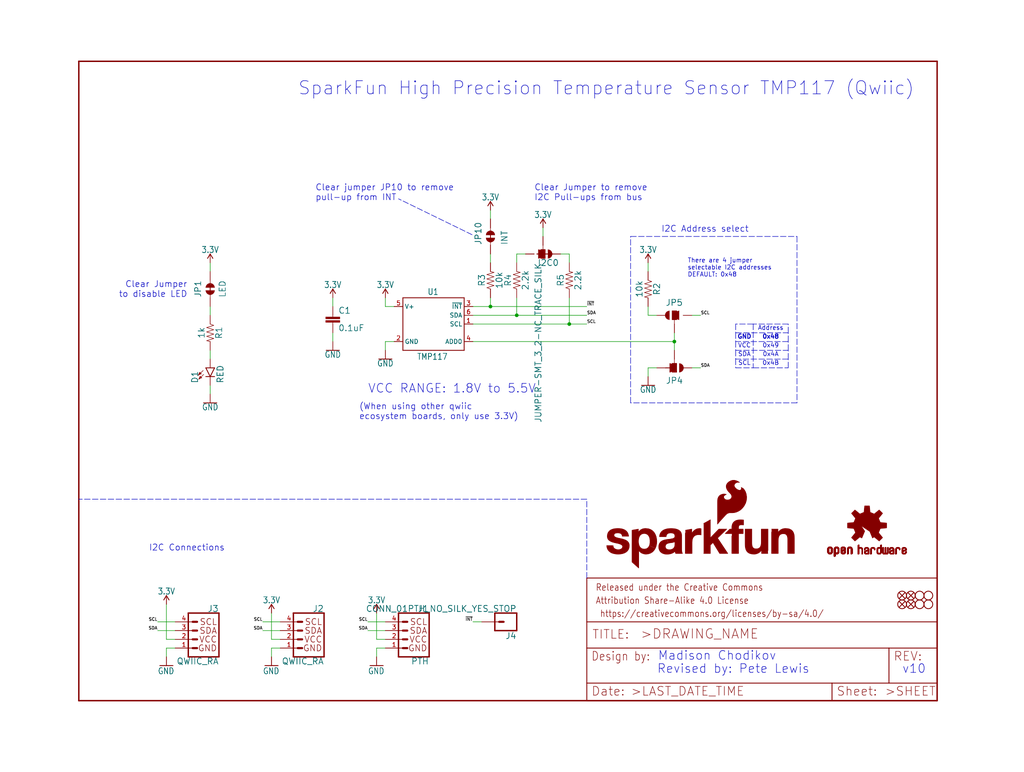
<source format=kicad_sch>
(kicad_sch (version 20211123) (generator eeschema)
  (paper "User" 297.002 223.926)
  (lib_symbols
    (symbol "schematicEagle-eagle-import:0.1UF-0603-25V-(+80{slash}-20%)"
      (property "Reference" "C" (at 1.524 2.921 0))
      (property "Value" "0.1UF-0603-25V-(+80{slash}-20%)" (at 1.524 -2.159 0))
      (symbol "0.1UF-0603-25V-(+80{slash}-20%)_1_0"
        (pin passive line (at 0 5.08 270) (length 2.54) (name "1") (number "1"))
        (pin passive line (at 0 -2.54 90) (length 2.54) (name "2") (number "2"))
      )
    )
    (symbol "schematicEagle-eagle-import:10KOHM-0603-1{slash}10W-1%"
      (property "Reference" "R" (at 0 1.524 0))
      (property "Value" "10KOHM-0603-1{slash}10W-1%" (at 0 -1.524 0))
      (symbol "10KOHM-0603-1{slash}10W-1%_1_0"
        (pin passive line (at -5.08 0 0) (length 2.54) (name "1") (number "1"))
        (pin passive line (at 5.08 0 180) (length 2.54) (name "2") (number "2"))
      )
    )
    (symbol "schematicEagle-eagle-import:1KOHM-0603-1{slash}10W-1%"
      (property "Reference" "R" (at 0 1.524 0))
      (property "Value" "1KOHM-0603-1{slash}10W-1%" (at 0 -1.524 0))
      (symbol "1KOHM-0603-1{slash}10W-1%_1_0"
        (pin passive line (at -5.08 0 0) (length 2.54) (name "1") (number "1"))
        (pin passive line (at 5.08 0 180) (length 2.54) (name "2") (number "2"))
      )
    )
    (symbol "schematicEagle-eagle-import:2.2KOHM-0603-1{slash}10W-1%"
      (property "Reference" "R" (at 0 1.524 0))
      (property "Value" "2.2KOHM-0603-1{slash}10W-1%" (at 0 -1.524 0))
      (symbol "2.2KOHM-0603-1{slash}10W-1%_1_0"
        (pin passive line (at -5.08 0 0) (length 2.54) (name "1") (number "1"))
        (pin passive line (at 5.08 0 180) (length 2.54) (name "2") (number "2"))
      )
    )
    (symbol "schematicEagle-eagle-import:3.3V" (power)
      (property "Value" "3.3V" (at 0 2.794 0))
      (symbol "3.3V_1_0"
        (pin power_in line (at 0 0 90) (length 2.54) (name "3.3V") (number "1"))
      )
    )
    (symbol "schematicEagle-eagle-import:CONN_01PTH_NO_SILK_YES_STOP"
      (property "Reference" "J" (at -2.54 3.048 0))
      (property "Value" "CONN_01PTH_NO_SILK_YES_STOP" (at -2.54 -4.826 0))
      (symbol "CONN_01PTH_NO_SILK_YES_STOP_1_0"
        (pin passive line (at 7.62 0 180) (length 5.08) (name "1") (number "1"))
      )
    )
    (symbol "schematicEagle-eagle-import:FIDUCIALUFIDUCIAL")
    (symbol "schematicEagle-eagle-import:FRAME-LETTER"
      (symbol "FRAME-LETTER_2_0"
        (text " https://creativecommons.org/licenses/by-sa/4.0/" (at 2.54 24.13 0) (effects (font (size 1.9304 1.6408)) (justify left bottom)))
        (text ">DRAWING_NAME" (at 15.494 17.78 0) (effects (font (size 2.7432 2.7432)) (justify left bottom)))
        (text ">LAST_DATE_TIME" (at 12.7 1.27 0) (effects (font (size 2.54 2.54)) (justify left bottom)))
        (text ">SHEET" (at 86.36 1.27 0) (effects (font (size 2.54 2.54)) (justify left bottom)))
        (text "Attribution Share-Alike 4.0 License" (at 2.54 27.94 0) (effects (font (size 1.9304 1.6408)) (justify left bottom)))
        (text "Date:" (at 1.27 1.27 0) (effects (font (size 2.54 2.54)) (justify left bottom)))
        (text "Design by:" (at 1.27 11.43 0) (effects (font (size 2.54 2.159)) (justify left bottom)))
        (text "Released under the Creative Commons" (at 2.54 31.75 0) (effects (font (size 1.9304 1.6408)) (justify left bottom)))
        (text "REV:" (at 88.9 11.43 0) (effects (font (size 2.54 2.54)) (justify left bottom)))
        (text "Sheet:" (at 72.39 1.27 0) (effects (font (size 2.54 2.54)) (justify left bottom)))
        (text "TITLE:" (at 1.524 17.78 0) (effects (font (size 2.54 2.54)) (justify left bottom)))
      )
    )
    (symbol "schematicEagle-eagle-import:GND" (power)
      (property "Value" "GND" (at -2.54 -2.54 0))
      (symbol "GND_1_0"
        (pin power_in line (at 0 2.54 270) (length 2.54) (name "GND") (number "1"))
      )
    )
    (symbol "schematicEagle-eagle-import:I2C_STANDARD_NO_SILK"
      (property "Reference" "J" (at -5.08 7.874 0))
      (property "Value" "I2C_STANDARD_NO_SILK" (at -5.08 -5.334 0))
      (symbol "I2C_STANDARD_NO_SILK_1_0"
        (text "GND" (at -4.572 -2.54 0) (effects (font (size 1.778 1.778)) (justify left)))
        (text "SCL" (at -4.572 5.08 0) (effects (font (size 1.778 1.778)) (justify left)))
        (text "SDA" (at -4.572 2.54 0) (effects (font (size 1.778 1.778)) (justify left)))
        (text "VCC" (at -4.572 0 0) (effects (font (size 1.778 1.778)) (justify left)))
        (pin power_in line (at 7.62 -2.54 180) (length 5.08) (name "1") (number "1"))
        (pin power_in line (at 7.62 0 180) (length 5.08) (name "2") (number "2"))
        (pin passive line (at 7.62 2.54 180) (length 5.08) (name "3") (number "3"))
        (pin passive line (at 7.62 5.08 180) (length 5.08) (name "4") (number "4"))
      )
    )
    (symbol "schematicEagle-eagle-import:JUMPER-SMT_2_NC_TRACE_SILK"
      (property "Reference" "JP" (at -2.54 2.54 0))
      (property "Value" "JUMPER-SMT_2_NC_TRACE_SILK" (at -2.54 -2.54 0))
      (symbol "JUMPER-SMT_2_NC_TRACE_SILK_1_0"
        (pin passive line (at -5.08 0 0) (length 2.54) (name "1") (number "1"))
        (pin passive line (at 5.08 0 180) (length 2.54) (name "2") (number "2"))
      )
    )
    (symbol "schematicEagle-eagle-import:JUMPER-SMT_3_1-NC_TRACE_NO-SILK"
      (property "Reference" "JP" (at 2.54 0.381 0))
      (property "Value" "JUMPER-SMT_3_1-NC_TRACE_NO-SILK" (at 2.54 -0.381 0))
      (symbol "JUMPER-SMT_3_1-NC_TRACE_NO-SILK_1_0"
        (pin passive line (at 0 5.08 270) (length 2.54) (name "1") (number "1"))
        (pin passive line (at -5.08 0 0) (length 2.54) (name "2") (number "2"))
        (pin passive line (at 0 -5.08 90) (length 2.54) (name "3") (number "3"))
      )
    )
    (symbol "schematicEagle-eagle-import:JUMPER-SMT_3_2-NC_TRACE_SILK"
      (property "Reference" "JP" (at 2.54 0.381 0))
      (property "Value" "JUMPER-SMT_3_2-NC_TRACE_SILK" (at 2.54 -0.381 0))
      (symbol "JUMPER-SMT_3_2-NC_TRACE_SILK_1_0"
        (pin passive line (at 0 5.08 270) (length 2.54) (name "1") (number "1"))
        (pin passive line (at -5.08 0 0) (length 2.54) (name "2") (number "2"))
        (pin passive line (at 0 -5.08 90) (length 2.54) (name "3") (number "3"))
      )
    )
    (symbol "schematicEagle-eagle-import:JUMPER-SMT_3_NO_NO_SILK"
      (property "Reference" "JP" (at 2.54 0.381 0))
      (property "Value" "JUMPER-SMT_3_NO_NO_SILK" (at 2.54 -0.381 0))
      (symbol "JUMPER-SMT_3_NO_NO_SILK_1_0"
        (pin passive line (at 0 5.08 270) (length 2.54) (name "1") (number "1"))
        (pin passive line (at -5.08 0 0) (length 2.54) (name "2") (number "2"))
        (pin passive line (at 0 -5.08 90) (length 2.54) (name "3") (number "3"))
      )
    )
    (symbol "schematicEagle-eagle-import:LED-RED0603"
      (property "Reference" "D" (at -3.429 -4.572 90))
      (property "Value" "LED-RED0603" (at 1.905 -4.572 90))
      (symbol "LED-RED0603_1_0"
        (pin passive line (at 0 2.54 270) (length 2.54) (name "A") (number "A"))
        (pin passive line (at 0 -5.08 90) (length 2.54) (name "C") (number "C"))
      )
    )
    (symbol "schematicEagle-eagle-import:OSHW-LOGOMINI")
    (symbol "schematicEagle-eagle-import:QWIIC_CONNECTORJS-1MM"
      (property "Reference" "J" (at -5.08 7.874 0))
      (property "Value" "QWIIC_CONNECTORJS-1MM" (at -5.08 -5.334 0))
      (symbol "QWIIC_CONNECTORJS-1MM_1_0"
        (text "GND" (at -4.572 -2.54 0) (effects (font (size 1.778 1.778)) (justify left)))
        (text "SCL" (at -4.572 5.08 0) (effects (font (size 1.778 1.778)) (justify left)))
        (text "SDA" (at -4.572 2.54 0) (effects (font (size 1.778 1.778)) (justify left)))
        (text "VCC" (at -4.572 0 0) (effects (font (size 1.778 1.778)) (justify left)))
        (pin power_in line (at 7.62 -2.54 180) (length 5.08) (name "1") (number "1"))
        (pin power_in line (at 7.62 0 180) (length 5.08) (name "2") (number "2"))
        (pin passive line (at 7.62 2.54 180) (length 5.08) (name "3") (number "3"))
        (pin passive line (at 7.62 5.08 180) (length 5.08) (name "4") (number "4"))
      )
    )
    (symbol "schematicEagle-eagle-import:SFE_LOGO_NAME_FLAME.1_INCH")
    (symbol "schematicEagle-eagle-import:STAND-OFF")
    (symbol "schematicEagle-eagle-import:TMP117"
      (property "Reference" "U" (at -7.62 8.128 0))
      (property "Value" "TMP117" (at -7.62 -10.16 0))
      (symbol "TMP117_1_0"
        (pin bidirectional line (at 12.7 0 180) (length 2.54) (name "SCL") (number "1"))
        (pin bidirectional line (at -10.16 -5.08 0) (length 2.54) (name "GND") (number "2"))
        (pin bidirectional line (at 12.7 5.08 180) (length 2.54) (name "~{INT}") (number "3"))
        (pin bidirectional line (at 12.7 -5.08 180) (length 2.54) (name "ADD0") (number "4"))
        (pin power_in line (at -10.16 5.08 0) (length 2.54) (name "V+") (number "5"))
        (pin bidirectional line (at 12.7 2.54 180) (length 2.54) (name "SDA") (number "6"))
      )
    )
  )
  (junction (at 149.86 91.44))
  (junction (at 195.58 99.06))
  (junction (at 165.1 93.98))
  (junction (at 142.24 88.9))
  (polyline (pts (xy 213.36 101.6) (xy 228.6 101.6)))
  (polyline (pts (xy 228.6 104.14) (xy 213.36 104.14)))
  (wire (pts (xy 106.68 182.88) (xy 111.76 182.88)))
  (polyline (pts (xy 228.6 93.98) (xy 218.44 93.98)))
  (wire (pts (xy 48.26 190.5) (xy 48.26 187.96)))
  (wire (pts (xy 162.56 73.66) (xy 165.1 73.66)))
  (wire (pts (xy 142.24 88.9) (xy 170.18 88.9)))
  (wire (pts (xy 149.86 73.66) (xy 152.4 73.66)))
  (wire (pts (xy 139.7 180.34) (xy 137.16 180.34)))
  (wire (pts (xy 78.74 177.8) (xy 78.74 185.42)))
  (wire (pts (xy 96.52 96.52) (xy 96.52 99.06)))
  (wire (pts (xy 165.1 76.2) (xy 165.1 73.66)))
  (wire (pts (xy 78.74 187.96) (xy 81.28 187.96)))
  (wire (pts (xy 149.86 91.44) (xy 137.16 91.44)))
  (polyline (pts (xy 213.36 96.52) (xy 228.6 96.52)))
  (wire (pts (xy 109.22 190.5) (xy 109.22 187.96)))
  (polyline (pts (xy 213.36 99.06) (xy 213.36 101.6)))
  (polyline (pts (xy 228.6 96.52) (xy 228.6 93.98)))
  (polyline (pts (xy 228.6 99.06) (xy 228.6 96.52)))
  (wire (pts (xy 165.1 93.98) (xy 137.16 93.98)))
  (wire (pts (xy 48.26 175.26) (xy 48.26 185.42)))
  (wire (pts (xy 60.96 88.9) (xy 60.96 91.44)))
  (polyline (pts (xy 213.36 104.14) (xy 213.36 106.68)))
  (polyline (pts (xy 213.36 106.68) (xy 218.44 106.68)))
  (wire (pts (xy 170.18 93.98) (xy 165.1 93.98)))
  (wire (pts (xy 78.74 185.42) (xy 81.28 185.42)))
  (wire (pts (xy 187.96 76.2) (xy 187.96 78.74)))
  (wire (pts (xy 149.86 76.2) (xy 149.86 73.66)))
  (wire (pts (xy 200.66 106.68) (xy 203.2 106.68)))
  (polyline (pts (xy 228.6 104.14) (xy 228.6 101.6)))
  (wire (pts (xy 76.2 182.88) (xy 81.28 182.88)))
  (wire (pts (xy 111.76 99.06) (xy 114.3 99.06)))
  (wire (pts (xy 157.48 68.58) (xy 157.48 66.04)))
  (wire (pts (xy 50.8 182.88) (xy 45.72 182.88)))
  (polyline (pts (xy 218.44 93.98) (xy 213.36 93.98)))
  (polyline (pts (xy 170.18 144.78) (xy 22.86 144.78)))
  (wire (pts (xy 137.16 99.06) (xy 195.58 99.06)))
  (wire (pts (xy 142.24 60.96) (xy 142.24 63.5)))
  (polyline (pts (xy 228.6 99.06) (xy 213.36 99.06)))
  (wire (pts (xy 76.2 180.34) (xy 81.28 180.34)))
  (wire (pts (xy 170.18 91.44) (xy 149.86 91.44)))
  (polyline (pts (xy 218.44 106.68) (xy 228.6 106.68)))
  (wire (pts (xy 142.24 73.66) (xy 142.24 76.2)))
  (wire (pts (xy 48.26 187.96) (xy 50.8 187.96)))
  (wire (pts (xy 187.96 91.44) (xy 187.96 88.9)))
  (polyline (pts (xy 182.88 116.84) (xy 182.88 68.58)))
  (wire (pts (xy 195.58 99.06) (xy 195.58 101.6)))
  (wire (pts (xy 111.76 86.36) (xy 111.76 88.9)))
  (polyline (pts (xy 170.18 167.64) (xy 170.18 144.78)))
  (polyline (pts (xy 231.14 68.58) (xy 231.14 116.84)))
  (wire (pts (xy 60.96 101.6) (xy 60.96 104.14)))
  (wire (pts (xy 109.22 177.8) (xy 109.22 185.42)))
  (polyline (pts (xy 228.6 106.68) (xy 228.6 104.14)))
  (wire (pts (xy 96.52 88.9) (xy 96.52 86.36)))
  (wire (pts (xy 78.74 190.5) (xy 78.74 187.96)))
  (polyline (pts (xy 218.44 93.98) (xy 218.44 106.68)))
  (wire (pts (xy 48.26 185.42) (xy 50.8 185.42)))
  (wire (pts (xy 109.22 185.42) (xy 111.76 185.42)))
  (wire (pts (xy 60.96 76.2) (xy 60.96 78.74)))
  (polyline (pts (xy 213.36 93.98) (xy 213.36 96.52)))
  (wire (pts (xy 190.5 91.44) (xy 187.96 91.44)))
  (wire (pts (xy 137.16 88.9) (xy 142.24 88.9)))
  (wire (pts (xy 111.76 88.9) (xy 114.3 88.9)))
  (wire (pts (xy 142.24 86.36) (xy 142.24 88.9)))
  (wire (pts (xy 111.76 101.6) (xy 111.76 99.06)))
  (polyline (pts (xy 136.906 68.072) (xy 115.57 57.658)))
  (polyline (pts (xy 231.14 116.84) (xy 182.88 116.84)))
  (polyline (pts (xy 213.36 96.52) (xy 213.36 99.06)))
  (wire (pts (xy 109.22 187.96) (xy 111.76 187.96)))
  (wire (pts (xy 45.72 180.34) (xy 50.8 180.34)))
  (wire (pts (xy 165.1 93.98) (xy 165.1 86.36)))
  (polyline (pts (xy 213.36 101.6) (xy 213.36 104.14)))
  (wire (pts (xy 190.5 106.68) (xy 187.96 106.68)))
  (wire (pts (xy 195.58 96.52) (xy 195.58 99.06)))
  (wire (pts (xy 149.86 91.44) (xy 149.86 86.36)))
  (wire (pts (xy 111.76 180.34) (xy 106.68 180.34)))
  (wire (pts (xy 60.96 111.76) (xy 60.96 114.3)))
  (wire (pts (xy 187.96 106.68) (xy 187.96 109.22)))
  (polyline (pts (xy 182.88 68.58) (xy 231.14 68.58)))
  (wire (pts (xy 200.66 91.44) (xy 203.2 91.44)))
  (polyline (pts (xy 228.6 101.6) (xy 228.6 99.06)))
  (text "Address" (at 223.52 95.25 180) (effects (font (size 1.27 1.27))))
  (text "0x49" (at 223.52 100.33 180) (effects (font (size 1.27 1.27))))
  (text "(When using other qwiic\necosystem boards, only use 3.3V)" (at 104.14 121.92 0) (effects (font (size 1.778 1.778)) (justify left bottom)))
  (text "Madison Chodikov" (at 190.754 191.77 180) (effects (font (size 2.54 2.54)) (justify left bottom)))
  (text "Clear Jumper\nto disable LED" (at 54.356 81.534 180) (effects (font (size 1.778 1.778)) (justify right top)))
  (text "VCC RANGE: 1.8V to 5.5V" (at 106.68 114.3 180) (effects (font (size 2.54 2.54)) (justify left bottom)))
  (text "v10" (at 261.62 195.58 180) (effects (font (size 2.54 2.54)) (justify left bottom)))
  (text "Clear Jumper to remove\nI2C Pull-ups from bus" (at 154.94 58.42 180) (effects (font (size 1.778 1.778)) (justify left bottom)))
  (text "Clear jumper JP10 to remove\npull-up from INT" (at 91.44 58.42 180) (effects (font (size 1.778 1.778)) (justify left bottom)))
  (text "SCL" (at 215.9 105.41 180) (effects (font (size 1.27 1.27))))
  (text "I2C Address select" (at 191.77 67.564 180) (effects (font (size 1.778 1.778)) (justify left bottom)))
  (text "I2C Connections" (at 43.18 160.02 180) (effects (font (size 1.778 1.778)) (justify left bottom)))
  (text "VCC" (at 215.9 100.33 180) (effects (font (size 1.27 1.27))))
  (text "There are 4 jumper\nselectable I2C addresses\nDEFAULT: 0x48" (at 199.39 80.518 0) (effects (font (size 1.27 1.27)) (justify left bottom)))
  (text "0x4B" (at 223.52 105.41 180) (effects (font (size 1.27 1.27))))
  (text "SparkFun High Precision Temperature Sensor TMP117 (Qwiic)" (at 86.36 27.94 0) (effects (font (size 3.81 3.81)) (justify left bottom)))
  (text "GND" (at 215.9 97.79 180) (effects (font (size 1.27 1.27) (thickness 0.254) bold)))
  (text "SDA" (at 215.9 102.87 180) (effects (font (size 1.27 1.27))))
  (text "Revised by: Pete Lewis" (at 190.5 195.58 180) (effects (font (size 2.54 2.54)) (justify left bottom)))
  (text "0x4A" (at 223.52 102.87 180) (effects (font (size 1.27 1.27))))
  (text "0x48" (at 223.52 97.79 180) (effects (font (size 1.27 1.27) (thickness 0.254) bold)))
  (label "SDA" (at 170.18 91.44 0) (effects (font (size 0.889 0.889))))
  (label "SDA" (at 106.68 182.88 180) (effects (font (size 0.889 0.889))))
  (label "SCL" (at 76.2 180.34 180) (effects (font (size 0.889 0.889))))
  (label "SDA" (at 76.2 182.88 180) (effects (font (size 0.889 0.889))))
  (label "SCL" (at 170.18 93.98 0) (effects (font (size 0.889 0.889))))
  (label "SCL" (at 45.72 180.34 180) (effects (font (size 0.889 0.889))))
  (label "SCL" (at 106.68 180.34 180) (effects (font (size 0.889 0.889))))
  (label "SDA" (at 203.2 106.68 0) (effects (font (size 0.889 0.889))))
  (label "~{INT}" (at 137.16 180.34 180) (effects (font (size 0.889 0.889))))
  (label "SCL" (at 203.2 91.44 0) (effects (font (size 0.889 0.889))))
  (label "SDA" (at 45.72 182.88 180) (effects (font (size 0.889 0.889))))
  (label "~{INT}" (at 170.18 88.9 0) (effects (font (size 0.889 0.889))))
  (symbol (lib_id "schematicEagle-eagle-import:3.3V") (at 96.52 86.36 0) (unit 1)
    (property "Reference" "#SUPPLY5" (effects hide))
    (property "Value" "3.3V" (at 96.52 83.566 0) (effects (font (size 1.778 1.5113)) (justify bottom)))
    (property "Footprint" "schematicEagle:" (effects hide))
  )
  (symbol (lib_id "schematicEagle-eagle-import:3.3V") (at 78.74 177.8 0) (unit 1)
    (property "Reference" "#SUPPLY7" (effects hide))
    (property "Value" "3.3V" (at 78.74 175.006 0) (effects (font (size 1.778 1.5113)) (justify bottom)))
    (property "Footprint" "schematicEagle:" (effects hide))
  )
  (symbol (lib_id "schematicEagle-eagle-import:FIDUCIALUFIDUCIAL") (at 264.16 172.72 0) (unit 1)
    (property "Reference" "FD2" (effects hide))
    (property "Value" "FIDUCIALUFIDUCIAL" (effects hide))
    (property "Footprint" "schematicEagle:FIDUCIAL-MICRO" (effects hide))
  )
  (symbol (lib_id "schematicEagle-eagle-import:GND") (at 60.96 116.84 0) (unit 1)
    (property "Reference" "#GND1" (effects hide))
    (property "Value" "GND" (at 60.96 117.094 0) (effects (font (size 1.778 1.5113)) (justify top)))
    (property "Footprint" "schematicEagle:" (effects hide))
  )
  (symbol (lib_id "schematicEagle-eagle-import:GND") (at 187.96 111.76 0) (unit 1)
    (property "Reference" "#GND8" (effects hide))
    (property "Value" "GND" (at 187.96 112.014 0) (effects (font (size 1.778 1.5113)) (justify top)))
    (property "Footprint" "schematicEagle:" (effects hide))
  )
  (symbol (lib_id "schematicEagle-eagle-import:JUMPER-SMT_2_NC_TRACE_SILK") (at 60.96 83.82 90) (unit 1)
    (property "Reference" "JP1" (at 58.42 86.36 0) (effects (font (size 1.778 1.778)) (justify left bottom)))
    (property "Value" "LED" (at 63.5 86.36 0) (effects (font (size 1.778 1.778)) (justify left top)))
    (property "Footprint" "schematicEagle:SMT-JUMPER_2_NC_TRACE_SILK" (effects hide))
  )
  (symbol (lib_id "schematicEagle-eagle-import:QWIIC_CONNECTORJS-1MM") (at 58.42 185.42 0) (mirror y) (unit 1)
    (property "Reference" "J3" (at 63.5 177.546 0) (effects (font (size 1.778 1.778)) (justify left bottom)))
    (property "Value" "QWIIC_RA" (at 63.5 190.754 0) (effects (font (size 1.778 1.778)) (justify left top)))
    (property "Footprint" "schematicEagle:JST04_1MM_RA" (effects hide))
  )
  (symbol (lib_id "schematicEagle-eagle-import:STAND-OFF") (at 266.7 172.72 0) (unit 1)
    (property "Reference" "JP2" (effects hide))
    (property "Value" "STAND-OFF" (effects hide))
    (property "Footprint" "schematicEagle:STAND-OFF" (effects hide))
  )
  (symbol (lib_id "schematicEagle-eagle-import:JUMPER-SMT_3_1-NC_TRACE_NO-SILK") (at 195.58 106.68 270) (unit 1)
    (property "Reference" "JP4" (at 193.04 111.379 90) (effects (font (size 1.778 1.778)) (justify left bottom)))
    (property "Value" "JUMPER-SMT_3_1-NC_TRACE_NO-SILK" (effects hide))
    (property "Footprint" "schematicEagle:SMT-JUMPER_3_1-NC_TRACE_NO-SILK" (effects hide))
  )
  (symbol (lib_id "schematicEagle-eagle-import:1KOHM-0603-1{slash}10W-1%") (at 60.96 96.52 270) (unit 1)
    (property "Reference" "R1" (at 62.484 96.52 0) (effects (font (size 1.778 1.778)) (justify bottom)))
    (property "Value" "1k" (at 59.436 96.52 0) (effects (font (size 1.778 1.778)) (justify top)))
    (property "Footprint" "schematicEagle:0603" (effects hide))
  )
  (symbol (lib_id "schematicEagle-eagle-import:3.3V") (at 60.96 76.2 0) (unit 1)
    (property "Reference" "#SUPPLY1" (effects hide))
    (property "Value" "3.3V" (at 60.96 73.406 0) (effects (font (size 1.778 1.5113)) (justify bottom)))
    (property "Footprint" "schematicEagle:" (effects hide))
  )
  (symbol (lib_id "schematicEagle-eagle-import:FIDUCIALUFIDUCIAL") (at 261.62 175.26 0) (unit 1)
    (property "Reference" "FD3" (effects hide))
    (property "Value" "FIDUCIALUFIDUCIAL" (effects hide))
    (property "Footprint" "schematicEagle:FIDUCIAL-MICRO" (effects hide))
  )
  (symbol (lib_id "schematicEagle-eagle-import:10KOHM-0603-1{slash}10W-1%") (at 142.24 81.28 90) (unit 1)
    (property "Reference" "R3" (at 140.716 81.28 0) (effects (font (size 1.778 1.778)) (justify bottom)))
    (property "Value" "10k" (at 143.764 81.28 0) (effects (font (size 1.778 1.778)) (justify top)))
    (property "Footprint" "schematicEagle:0603" (effects hide))
  )
  (symbol (lib_id "schematicEagle-eagle-import:JUMPER-SMT_3_2-NC_TRACE_SILK") (at 157.48 73.66 270) (unit 1)
    (property "Reference" "I2C0" (at 155.829 77.216 90) (effects (font (size 1.778 1.778)) (justify left bottom)))
    (property "Value" "JUMPER-SMT_3_2-NC_TRACE_SILK" (at 157.099 76.2 0) (effects (font (size 1.778 1.778)) (justify left top)))
    (property "Footprint" "schematicEagle:SMT-JUMPER_3_2-NC_TRACE_SILK" (effects hide))
  )
  (symbol (lib_id "schematicEagle-eagle-import:FRAME-LETTER") (at 22.86 203.2 0) (unit 1)
    (property "Reference" "FRAME1" (effects hide))
    (property "Value" "FRAME-LETTER" (effects hide))
    (property "Footprint" "schematicEagle:CREATIVE_COMMONS" (effects hide))
  )
  (symbol (lib_id "schematicEagle-eagle-import:GND") (at 48.26 193.04 0) (unit 1)
    (property "Reference" "#GND6" (effects hide))
    (property "Value" "GND" (at 45.72 195.58 0) (effects (font (size 1.778 1.5113)) (justify left bottom)))
    (property "Footprint" "schematicEagle:" (effects hide))
  )
  (symbol (lib_id "schematicEagle-eagle-import:GND") (at 111.76 104.14 0) (unit 1)
    (property "Reference" "#GND2" (effects hide))
    (property "Value" "GND" (at 111.76 104.394 0) (effects (font (size 1.778 1.5113)) (justify top)))
    (property "Footprint" "schematicEagle:" (effects hide))
  )
  (symbol (lib_id "schematicEagle-eagle-import:2.2KOHM-0603-1{slash}10W-1%") (at 165.1 81.28 90) (unit 1)
    (property "Reference" "R5" (at 163.576 81.28 0) (effects (font (size 1.778 1.778)) (justify bottom)))
    (property "Value" "2.2k" (at 166.624 81.28 0) (effects (font (size 1.778 1.778)) (justify top)))
    (property "Footprint" "schematicEagle:0603" (effects hide))
  )
  (symbol (lib_id "schematicEagle-eagle-import:3.3V") (at 157.48 66.04 0) (unit 1)
    (property "Reference" "#SUPPLY9" (effects hide))
    (property "Value" "3.3V" (at 157.48 63.246 0) (effects (font (size 1.778 1.5113)) (justify bottom)))
    (property "Footprint" "schematicEagle:" (effects hide))
  )
  (symbol (lib_id "schematicEagle-eagle-import:QWIIC_CONNECTORJS-1MM") (at 88.9 185.42 0) (mirror y) (unit 1)
    (property "Reference" "J2" (at 93.98 177.546 0) (effects (font (size 1.778 1.778)) (justify left bottom)))
    (property "Value" "QWIIC_RA" (at 93.98 190.754 0) (effects (font (size 1.778 1.778)) (justify left top)))
    (property "Footprint" "schematicEagle:JST04_1MM_RA" (effects hide))
  )
  (symbol (lib_id "schematicEagle-eagle-import:FIDUCIALUFIDUCIAL") (at 264.16 175.26 0) (unit 1)
    (property "Reference" "FD4" (effects hide))
    (property "Value" "FIDUCIALUFIDUCIAL" (effects hide))
    (property "Footprint" "schematicEagle:FIDUCIAL-MICRO" (effects hide))
  )
  (symbol (lib_id "schematicEagle-eagle-import:FIDUCIALUFIDUCIAL") (at 261.62 172.72 0) (unit 1)
    (property "Reference" "FD1" (effects hide))
    (property "Value" "FIDUCIALUFIDUCIAL" (effects hide))
    (property "Footprint" "schematicEagle:FIDUCIAL-MICRO" (effects hide))
  )
  (symbol (lib_id "schematicEagle-eagle-import:10KOHM-0603-1{slash}10W-1%") (at 187.96 83.82 270) (unit 1)
    (property "Reference" "R2" (at 189.484 83.82 0) (effects (font (size 1.778 1.778)) (justify bottom)))
    (property "Value" "10k" (at 186.436 83.82 0) (effects (font (size 1.778 1.778)) (justify top)))
    (property "Footprint" "schematicEagle:0603" (effects hide))
  )
  (symbol (lib_id "schematicEagle-eagle-import:CONN_01PTH_NO_SILK_YES_STOP") (at 147.32 180.34 180) (unit 1)
    (property "Reference" "J4" (at 149.86 183.388 0) (effects (font (size 1.778 1.778)) (justify left bottom)))
    (property "Value" "CONN_01PTH_NO_SILK_YES_STOP" (at 149.86 175.514 0) (effects (font (size 1.778 1.778)) (justify left bottom)))
    (property "Footprint" "schematicEagle:1X01_NO_SILK" (effects hide))
  )
  (symbol (lib_id "schematicEagle-eagle-import:STAND-OFF") (at 269.24 175.26 0) (unit 1)
    (property "Reference" "JP9" (effects hide))
    (property "Value" "STAND-OFF" (effects hide))
    (property "Footprint" "schematicEagle:STAND-OFF" (effects hide))
  )
  (symbol (lib_id "schematicEagle-eagle-import:3.3V") (at 48.26 175.26 0) (unit 1)
    (property "Reference" "#SUPPLY4" (effects hide))
    (property "Value" "3.3V" (at 48.26 172.466 0) (effects (font (size 1.778 1.5113)) (justify bottom)))
    (property "Footprint" "schematicEagle:" (effects hide))
  )
  (symbol (lib_id "schematicEagle-eagle-import:0.1UF-0603-25V-(+80{slash}-20%)") (at 96.52 93.98 0) (unit 1)
    (property "Reference" "C1" (at 98.044 91.059 0) (effects (font (size 1.778 1.778)) (justify left bottom)))
    (property "Value" "0.1uF" (at 98.044 96.139 0) (effects (font (size 1.778 1.778)) (justify left bottom)))
    (property "Footprint" "schematicEagle:0603" (effects hide))
  )
  (symbol (lib_id "schematicEagle-eagle-import:STAND-OFF") (at 269.24 172.72 0) (unit 1)
    (property "Reference" "JP8" (effects hide))
    (property "Value" "STAND-OFF" (effects hide))
    (property "Footprint" "schematicEagle:STAND-OFF" (effects hide))
  )
  (symbol (lib_id "schematicEagle-eagle-import:GND") (at 96.52 101.6 0) (unit 1)
    (property "Reference" "#GND4" (effects hide))
    (property "Value" "GND" (at 96.52 101.854 0) (effects (font (size 1.778 1.5113)) (justify top)))
    (property "Footprint" "schematicEagle:" (effects hide))
  )
  (symbol (lib_id "schematicEagle-eagle-import:JUMPER-SMT_3_NO_NO_SILK") (at 195.58 91.44 90) (unit 1)
    (property "Reference" "JP5" (at 198.12 86.741 90) (effects (font (size 1.778 1.778)) (justify left bottom)))
    (property "Value" "JUMPER-SMT_3_NO_NO_SILK" (effects hide))
    (property "Footprint" "schematicEagle:SMT-JUMPER_3_0-NO_TRACE_NO-SILK" (effects hide))
  )
  (symbol (lib_id "schematicEagle-eagle-import:3.3V") (at 187.96 76.2 0) (unit 1)
    (property "Reference" "#SUPPLY10" (effects hide))
    (property "Value" "3.3V" (at 187.96 73.406 0) (effects (font (size 1.778 1.5113)) (justify bottom)))
    (property "Footprint" "schematicEagle:" (effects hide))
  )
  (symbol (lib_id "schematicEagle-eagle-import:LED-RED0603") (at 60.96 106.68 0) (unit 1)
    (property "Reference" "D1" (at 57.531 111.252 90) (effects (font (size 1.778 1.778)) (justify left bottom)))
    (property "Value" "RED" (at 62.865 111.252 90) (effects (font (size 1.778 1.778)) (justify left top)))
    (property "Footprint" "schematicEagle:LED-0603" (effects hide))
  )
  (symbol (lib_id "schematicEagle-eagle-import:FRAME-LETTER") (at 170.18 203.2 0) (unit 2)
    (property "Reference" "FRAME1" (effects hide))
    (property "Value" "FRAME-LETTER" (effects hide))
    (property "Footprint" "schematicEagle:CREATIVE_COMMONS" (effects hide))
  )
  (symbol (lib_id "schematicEagle-eagle-import:JUMPER-SMT_2_NC_TRACE_SILK") (at 142.24 68.58 90) (unit 1)
    (property "Reference" "JP10" (at 139.7 71.12 0) (effects (font (size 1.778 1.778)) (justify left bottom)))
    (property "Value" "INT" (at 147.32 71.12 0) (effects (font (size 1.778 1.778)) (justify left bottom)))
    (property "Footprint" "schematicEagle:SMT-JUMPER_2_NC_TRACE_SILK" (effects hide))
  )
  (symbol (lib_id "schematicEagle-eagle-import:3.3V") (at 142.24 60.96 0) (unit 1)
    (property "Reference" "#SUPPLY8" (effects hide))
    (property "Value" "3.3V" (at 142.24 58.166 0) (effects (font (size 1.778 1.5113)) (justify bottom)))
    (property "Footprint" "schematicEagle:" (effects hide))
  )
  (symbol (lib_id "schematicEagle-eagle-import:SFE_LOGO_NAME_FLAME.1_INCH") (at 175.26 165.1 0) (unit 1)
    (property "Reference" "LOGO4" (effects hide))
    (property "Value" "SFE_LOGO_NAME_FLAME.1_INCH" (effects hide))
    (property "Footprint" "schematicEagle:SFE_LOGO_NAME_FLAME_.1" (effects hide))
  )
  (symbol (lib_id "schematicEagle-eagle-import:3.3V") (at 111.76 86.36 0) (unit 1)
    (property "Reference" "#SUPPLY6" (effects hide))
    (property "Value" "3.3V" (at 111.76 83.566 0) (effects (font (size 1.778 1.5113)) (justify bottom)))
    (property "Footprint" "schematicEagle:" (effects hide))
  )
  (symbol (lib_id "schematicEagle-eagle-import:GND") (at 109.22 193.04 0) (unit 1)
    (property "Reference" "#GND5" (effects hide))
    (property "Value" "GND" (at 106.68 195.58 0) (effects (font (size 1.778 1.5113)) (justify left bottom)))
    (property "Footprint" "schematicEagle:" (effects hide))
  )
  (symbol (lib_id "schematicEagle-eagle-import:I2C_STANDARD_NO_SILK") (at 119.38 185.42 0) (mirror y) (unit 1)
    (property "Reference" "J1" (at 124.46 177.546 0) (effects (font (size 1.778 1.778)) (justify left bottom)))
    (property "Value" "PTH" (at 124.46 190.754 0) (effects (font (size 1.778 1.778)) (justify left top)))
    (property "Footprint" "schematicEagle:1X04_NO_SILK" (effects hide))
  )
  (symbol (lib_id "schematicEagle-eagle-import:STAND-OFF") (at 266.7 175.26 0) (unit 1)
    (property "Reference" "JP3" (effects hide))
    (property "Value" "STAND-OFF" (effects hide))
    (property "Footprint" "schematicEagle:STAND-OFF" (effects hide))
  )
  (symbol (lib_id "schematicEagle-eagle-import:TMP117") (at 124.46 93.98 0) (unit 1)
    (property "Reference" "U1" (at 123.952 85.598 0) (effects (font (size 1.778 1.5113)) (justify left bottom)))
    (property "Value" "TMP117" (at 120.904 104.394 0) (effects (font (size 1.778 1.5113)) (justify left bottom)))
    (property "Footprint" "schematicEagle:TMP117" (effects hide))
  )
  (symbol (lib_id "schematicEagle-eagle-import:OSHW-LOGOMINI") (at 251.46 152.4 0) (unit 1)
    (property "Reference" "LOGO1" (effects hide))
    (property "Value" "OSHW-LOGOMINI" (effects hide))
    (property "Footprint" "schematicEagle:OSHW-LOGO-MINI" (effects hide))
  )
  (symbol (lib_id "schematicEagle-eagle-import:GND") (at 78.74 193.04 0) (unit 1)
    (property "Reference" "#GND7" (effects hide))
    (property "Value" "GND" (at 76.2 195.58 0) (effects (font (size 1.778 1.5113)) (justify left bottom)))
    (property "Footprint" "schematicEagle:" (effects hide))
  )
  (symbol (lib_id "schematicEagle-eagle-import:3.3V") (at 109.22 177.8 0) (unit 1)
    (property "Reference" "#SUPPLY3" (effects hide))
    (property "Value" "3.3V" (at 109.22 175.006 0) (effects (font (size 1.778 1.5113)) (justify bottom)))
    (property "Footprint" "schematicEagle:" (effects hide))
  )
  (symbol (lib_id "schematicEagle-eagle-import:2.2KOHM-0603-1{slash}10W-1%") (at 149.86 81.28 90) (unit 1)
    (property "Reference" "R4" (at 148.336 81.28 0) (effects (font (size 1.778 1.778)) (justify bottom)))
    (property "Value" "2.2k" (at 151.384 81.28 0) (effects (font (size 1.778 1.778)) (justify top)))
    (property "Footprint" "schematicEagle:0603" (effects hide))
  )
)
</source>
